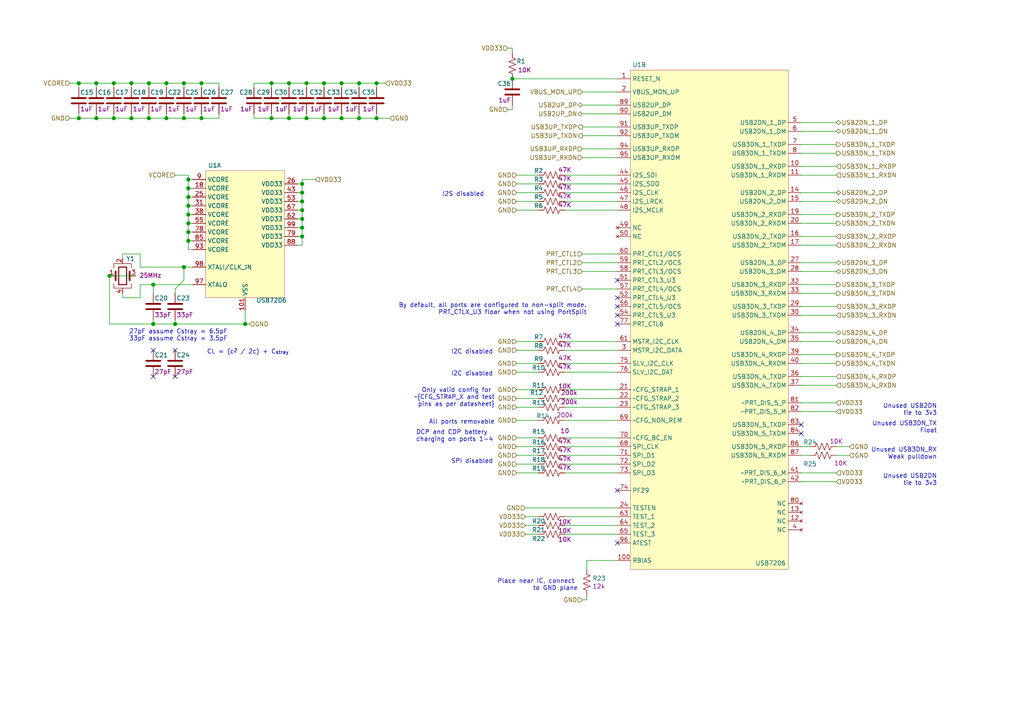
<source format=kicad_sch>
(kicad_sch (version 20210606) (generator eeschema)
  (paper "A4")
  (junction (at 22.86 24.13) (diameter 1.016))
  (junction (at 22.86 34.29) (diameter 1.016))
  (junction (at 27.94 24.13) (diameter 1.016))
  (junction (at 27.94 34.29) (diameter 1.016))
  (junction (at 31.75 80.01) (diameter 1.016))
  (junction (at 33.02 24.13) (diameter 1.016))
  (junction (at 33.02 34.29) (diameter 1.016))
  (junction (at 38.1 24.13) (diameter 1.016))
  (junction (at 38.1 34.29) (diameter 1.016))
  (junction (at 43.18 24.13) (diameter 1.016))
  (junction (at 43.18 34.29) (diameter 1.016))
  (junction (at 44.45 82.55) (diameter 1.016))
  (junction (at 44.45 93.98) (diameter 1.016))
  (junction (at 48.26 24.13) (diameter 1.016))
  (junction (at 48.26 34.29) (diameter 1.016))
  (junction (at 50.8 93.98) (diameter 1.016))
  (junction (at 53.34 24.13) (diameter 1.016))
  (junction (at 53.34 34.29) (diameter 1.016))
  (junction (at 53.34 77.47) (diameter 1.016))
  (junction (at 54.61 52.07) (diameter 1.016))
  (junction (at 54.61 54.61) (diameter 1.016))
  (junction (at 54.61 57.15) (diameter 1.016))
  (junction (at 54.61 59.69) (diameter 1.016))
  (junction (at 54.61 62.23) (diameter 1.016))
  (junction (at 54.61 64.77) (diameter 1.016))
  (junction (at 54.61 67.31) (diameter 1.016))
  (junction (at 54.61 69.85) (diameter 1.016))
  (junction (at 58.42 24.13) (diameter 1.016))
  (junction (at 58.42 34.29) (diameter 1.016))
  (junction (at 71.12 93.98) (diameter 1.016))
  (junction (at 78.74 24.13) (diameter 1.016))
  (junction (at 78.74 34.29) (diameter 1.016))
  (junction (at 83.82 24.13) (diameter 1.016))
  (junction (at 83.82 34.29) (diameter 1.016))
  (junction (at 87.63 53.34) (diameter 1.016))
  (junction (at 87.63 55.88) (diameter 1.016))
  (junction (at 87.63 58.42) (diameter 1.016))
  (junction (at 87.63 60.96) (diameter 1.016))
  (junction (at 87.63 63.5) (diameter 1.016))
  (junction (at 87.63 66.04) (diameter 1.016))
  (junction (at 87.63 68.58) (diameter 1.016))
  (junction (at 88.9 24.13) (diameter 1.016))
  (junction (at 88.9 34.29) (diameter 1.016))
  (junction (at 93.98 24.13) (diameter 1.016))
  (junction (at 93.98 34.29) (diameter 1.016))
  (junction (at 99.06 24.13) (diameter 1.016))
  (junction (at 99.06 34.29) (diameter 1.016))
  (junction (at 104.14 24.13) (diameter 1.016))
  (junction (at 104.14 34.29) (diameter 1.016))
  (junction (at 109.22 24.13) (diameter 1.016))
  (junction (at 109.22 34.29) (diameter 1.016))
  (junction (at 148.59 22.86) (diameter 1.016))
  (no_connect (at 44.45 101.6))
  (no_connect (at 44.45 109.22))
  (no_connect (at 50.8 101.6))
  (no_connect (at 50.8 109.22))
  (no_connect (at 179.07 81.28))
  (no_connect (at 179.07 86.36))
  (no_connect (at 179.07 88.9))
  (no_connect (at 179.07 91.44))
  (no_connect (at 179.07 93.98))
  (no_connect (at 179.07 142.24))
  (no_connect (at 179.07 157.48))
  (no_connect (at 232.41 123.19))
  (no_connect (at 232.41 125.73))
  (wire (pts (xy 20.32 24.13) (xy 22.86 24.13)))
  (wire (pts (xy 20.32 34.29) (xy 22.86 34.29)))
  (wire (pts (xy 22.86 24.13) (xy 22.86 25.4)))
  (wire (pts (xy 22.86 24.13) (xy 27.94 24.13)))
  (wire (pts (xy 22.86 34.29) (xy 22.86 33.02)))
  (wire (pts (xy 22.86 34.29) (xy 27.94 34.29)))
  (wire (pts (xy 27.94 24.13) (xy 27.94 25.4)))
  (wire (pts (xy 27.94 24.13) (xy 33.02 24.13)))
  (wire (pts (xy 27.94 34.29) (xy 27.94 33.02)))
  (wire (pts (xy 27.94 34.29) (xy 33.02 34.29)))
  (wire (pts (xy 31.75 80.01) (xy 31.75 93.98)))
  (wire (pts (xy 31.75 80.01) (xy 39.37 80.01)))
  (wire (pts (xy 31.75 93.98) (xy 44.45 93.98)))
  (wire (pts (xy 33.02 24.13) (xy 33.02 25.4)))
  (wire (pts (xy 33.02 24.13) (xy 38.1 24.13)))
  (wire (pts (xy 33.02 34.29) (xy 33.02 33.02)))
  (wire (pts (xy 33.02 34.29) (xy 38.1 34.29)))
  (wire (pts (xy 35.56 73.66) (xy 35.56 74.93)))
  (wire (pts (xy 35.56 85.09) (xy 35.56 86.36)))
  (wire (pts (xy 38.1 24.13) (xy 38.1 25.4)))
  (wire (pts (xy 38.1 24.13) (xy 43.18 24.13)))
  (wire (pts (xy 38.1 34.29) (xy 38.1 33.02)))
  (wire (pts (xy 38.1 34.29) (xy 43.18 34.29)))
  (wire (pts (xy 40.64 73.66) (xy 35.56 73.66)))
  (wire (pts (xy 40.64 77.47) (xy 40.64 73.66)))
  (wire (pts (xy 40.64 77.47) (xy 53.34 77.47)))
  (wire (pts (xy 40.64 82.55) (xy 40.64 86.36)))
  (wire (pts (xy 40.64 82.55) (xy 44.45 82.55)))
  (wire (pts (xy 40.64 86.36) (xy 35.56 86.36)))
  (wire (pts (xy 43.18 24.13) (xy 43.18 25.4)))
  (wire (pts (xy 43.18 24.13) (xy 48.26 24.13)))
  (wire (pts (xy 43.18 34.29) (xy 43.18 33.02)))
  (wire (pts (xy 43.18 34.29) (xy 48.26 34.29)))
  (wire (pts (xy 44.45 82.55) (xy 44.45 85.09)))
  (wire (pts (xy 44.45 82.55) (xy 55.88 82.55)))
  (wire (pts (xy 44.45 92.71) (xy 44.45 93.98)))
  (wire (pts (xy 44.45 93.98) (xy 50.8 93.98)))
  (wire (pts (xy 48.26 24.13) (xy 48.26 25.4)))
  (wire (pts (xy 48.26 24.13) (xy 53.34 24.13)))
  (wire (pts (xy 48.26 34.29) (xy 48.26 33.02)))
  (wire (pts (xy 48.26 34.29) (xy 53.34 34.29)))
  (wire (pts (xy 50.8 50.8) (xy 54.61 50.8)))
  (wire (pts (xy 50.8 83.82) (xy 53.34 81.28)))
  (wire (pts (xy 50.8 85.09) (xy 50.8 83.82)))
  (wire (pts (xy 50.8 92.71) (xy 50.8 93.98)))
  (wire (pts (xy 50.8 93.98) (xy 71.12 93.98)))
  (wire (pts (xy 53.34 24.13) (xy 53.34 25.4)))
  (wire (pts (xy 53.34 24.13) (xy 58.42 24.13)))
  (wire (pts (xy 53.34 34.29) (xy 53.34 33.02)))
  (wire (pts (xy 53.34 34.29) (xy 58.42 34.29)))
  (wire (pts (xy 53.34 77.47) (xy 55.88 77.47)))
  (wire (pts (xy 53.34 81.28) (xy 53.34 77.47)))
  (wire (pts (xy 54.61 52.07) (xy 54.61 50.8)))
  (wire (pts (xy 54.61 52.07) (xy 54.61 54.61)))
  (wire (pts (xy 54.61 52.07) (xy 55.88 52.07)))
  (wire (pts (xy 54.61 54.61) (xy 54.61 57.15)))
  (wire (pts (xy 54.61 54.61) (xy 55.88 54.61)))
  (wire (pts (xy 54.61 57.15) (xy 54.61 59.69)))
  (wire (pts (xy 54.61 57.15) (xy 55.88 57.15)))
  (wire (pts (xy 54.61 59.69) (xy 54.61 62.23)))
  (wire (pts (xy 54.61 59.69) (xy 55.88 59.69)))
  (wire (pts (xy 54.61 62.23) (xy 54.61 64.77)))
  (wire (pts (xy 54.61 62.23) (xy 55.88 62.23)))
  (wire (pts (xy 54.61 64.77) (xy 54.61 67.31)))
  (wire (pts (xy 54.61 64.77) (xy 55.88 64.77)))
  (wire (pts (xy 54.61 67.31) (xy 54.61 69.85)))
  (wire (pts (xy 54.61 67.31) (xy 55.88 67.31)))
  (wire (pts (xy 54.61 69.85) (xy 54.61 72.39)))
  (wire (pts (xy 54.61 69.85) (xy 55.88 69.85)))
  (wire (pts (xy 54.61 72.39) (xy 55.88 72.39)))
  (wire (pts (xy 58.42 24.13) (xy 58.42 25.4)))
  (wire (pts (xy 58.42 24.13) (xy 63.5 24.13)))
  (wire (pts (xy 58.42 34.29) (xy 58.42 33.02)))
  (wire (pts (xy 63.5 24.13) (xy 63.5 25.4)))
  (wire (pts (xy 63.5 33.02) (xy 63.5 34.29)))
  (wire (pts (xy 63.5 34.29) (xy 58.42 34.29)))
  (wire (pts (xy 71.12 93.98) (xy 71.12 90.17)))
  (wire (pts (xy 72.39 93.98) (xy 71.12 93.98)))
  (wire (pts (xy 73.66 24.13) (xy 73.66 25.4)))
  (wire (pts (xy 73.66 33.02) (xy 73.66 34.29)))
  (wire (pts (xy 73.66 34.29) (xy 78.74 34.29)))
  (wire (pts (xy 78.74 24.13) (xy 73.66 24.13)))
  (wire (pts (xy 78.74 24.13) (xy 78.74 25.4)))
  (wire (pts (xy 78.74 34.29) (xy 78.74 33.02)))
  (wire (pts (xy 83.82 24.13) (xy 78.74 24.13)))
  (wire (pts (xy 83.82 24.13) (xy 83.82 25.4)))
  (wire (pts (xy 83.82 34.29) (xy 78.74 34.29)))
  (wire (pts (xy 83.82 34.29) (xy 83.82 33.02)))
  (wire (pts (xy 86.36 53.34) (xy 87.63 53.34)))
  (wire (pts (xy 86.36 55.88) (xy 87.63 55.88)))
  (wire (pts (xy 86.36 58.42) (xy 87.63 58.42)))
  (wire (pts (xy 86.36 60.96) (xy 87.63 60.96)))
  (wire (pts (xy 86.36 63.5) (xy 87.63 63.5)))
  (wire (pts (xy 86.36 66.04) (xy 87.63 66.04)))
  (wire (pts (xy 86.36 68.58) (xy 87.63 68.58)))
  (wire (pts (xy 87.63 52.07) (xy 87.63 53.34)))
  (wire (pts (xy 87.63 53.34) (xy 87.63 55.88)))
  (wire (pts (xy 87.63 55.88) (xy 87.63 58.42)))
  (wire (pts (xy 87.63 58.42) (xy 87.63 60.96)))
  (wire (pts (xy 87.63 60.96) (xy 87.63 63.5)))
  (wire (pts (xy 87.63 63.5) (xy 87.63 66.04)))
  (wire (pts (xy 87.63 66.04) (xy 87.63 68.58)))
  (wire (pts (xy 87.63 68.58) (xy 87.63 71.12)))
  (wire (pts (xy 87.63 71.12) (xy 86.36 71.12)))
  (wire (pts (xy 88.9 24.13) (xy 83.82 24.13)))
  (wire (pts (xy 88.9 24.13) (xy 88.9 25.4)))
  (wire (pts (xy 88.9 34.29) (xy 83.82 34.29)))
  (wire (pts (xy 88.9 34.29) (xy 88.9 33.02)))
  (wire (pts (xy 91.44 52.07) (xy 87.63 52.07)))
  (wire (pts (xy 93.98 24.13) (xy 88.9 24.13)))
  (wire (pts (xy 93.98 24.13) (xy 93.98 25.4)))
  (wire (pts (xy 93.98 34.29) (xy 88.9 34.29)))
  (wire (pts (xy 93.98 34.29) (xy 93.98 33.02)))
  (wire (pts (xy 99.06 24.13) (xy 93.98 24.13)))
  (wire (pts (xy 99.06 24.13) (xy 99.06 25.4)))
  (wire (pts (xy 99.06 34.29) (xy 93.98 34.29)))
  (wire (pts (xy 99.06 34.29) (xy 99.06 33.02)))
  (wire (pts (xy 104.14 24.13) (xy 99.06 24.13)))
  (wire (pts (xy 104.14 24.13) (xy 104.14 25.4)))
  (wire (pts (xy 104.14 34.29) (xy 99.06 34.29)))
  (wire (pts (xy 104.14 34.29) (xy 104.14 33.02)))
  (wire (pts (xy 109.22 24.13) (xy 104.14 24.13)))
  (wire (pts (xy 109.22 24.13) (xy 109.22 25.4)))
  (wire (pts (xy 109.22 24.13) (xy 111.76 24.13)))
  (wire (pts (xy 109.22 34.29) (xy 104.14 34.29)))
  (wire (pts (xy 109.22 34.29) (xy 109.22 33.02)))
  (wire (pts (xy 109.22 34.29) (xy 113.03 34.29)))
  (wire (pts (xy 147.32 31.75) (xy 148.59 31.75)))
  (wire (pts (xy 148.59 13.97) (xy 147.32 13.97)))
  (wire (pts (xy 148.59 15.24) (xy 148.59 13.97)))
  (wire (pts (xy 148.59 22.86) (xy 179.07 22.86)))
  (wire (pts (xy 148.59 31.75) (xy 148.59 30.48)))
  (wire (pts (xy 149.86 50.8) (xy 156.21 50.8)))
  (wire (pts (xy 149.86 53.34) (xy 156.21 53.34)))
  (wire (pts (xy 149.86 55.88) (xy 156.21 55.88)))
  (wire (pts (xy 149.86 58.42) (xy 156.21 58.42)))
  (wire (pts (xy 149.86 60.96) (xy 156.21 60.96)))
  (wire (pts (xy 149.86 99.06) (xy 156.21 99.06)))
  (wire (pts (xy 149.86 101.6) (xy 156.21 101.6)))
  (wire (pts (xy 149.86 105.41) (xy 156.21 105.41)))
  (wire (pts (xy 149.86 107.95) (xy 156.21 107.95)))
  (wire (pts (xy 149.86 113.03) (xy 156.21 113.03)))
  (wire (pts (xy 149.86 115.57) (xy 156.21 115.57)))
  (wire (pts (xy 149.86 118.11) (xy 156.21 118.11)))
  (wire (pts (xy 149.86 121.92) (xy 156.21 121.92)))
  (wire (pts (xy 149.86 127) (xy 156.21 127)))
  (wire (pts (xy 149.86 129.54) (xy 156.21 129.54)))
  (wire (pts (xy 149.86 132.08) (xy 156.21 132.08)))
  (wire (pts (xy 149.86 134.62) (xy 156.21 134.62)))
  (wire (pts (xy 149.86 137.16) (xy 156.21 137.16)))
  (wire (pts (xy 152.4 147.32) (xy 179.07 147.32)))
  (wire (pts (xy 152.4 149.86) (xy 156.21 149.86)))
  (wire (pts (xy 152.4 152.4) (xy 156.21 152.4)))
  (wire (pts (xy 152.4 154.94) (xy 156.21 154.94)))
  (wire (pts (xy 163.83 50.8) (xy 179.07 50.8)))
  (wire (pts (xy 163.83 53.34) (xy 179.07 53.34)))
  (wire (pts (xy 163.83 55.88) (xy 179.07 55.88)))
  (wire (pts (xy 163.83 58.42) (xy 179.07 58.42)))
  (wire (pts (xy 163.83 60.96) (xy 179.07 60.96)))
  (wire (pts (xy 163.83 99.06) (xy 179.07 99.06)))
  (wire (pts (xy 163.83 101.6) (xy 179.07 101.6)))
  (wire (pts (xy 163.83 105.41) (xy 179.07 105.41)))
  (wire (pts (xy 163.83 107.95) (xy 179.07 107.95)))
  (wire (pts (xy 163.83 113.03) (xy 179.07 113.03)))
  (wire (pts (xy 163.83 115.57) (xy 179.07 115.57)))
  (wire (pts (xy 163.83 118.11) (xy 179.07 118.11)))
  (wire (pts (xy 163.83 121.92) (xy 179.07 121.92)))
  (wire (pts (xy 163.83 127) (xy 179.07 127)))
  (wire (pts (xy 163.83 129.54) (xy 179.07 129.54)))
  (wire (pts (xy 163.83 132.08) (xy 179.07 132.08)))
  (wire (pts (xy 163.83 134.62) (xy 179.07 134.62)))
  (wire (pts (xy 163.83 137.16) (xy 179.07 137.16)))
  (wire (pts (xy 163.83 149.86) (xy 179.07 149.86)))
  (wire (pts (xy 163.83 152.4) (xy 179.07 152.4)))
  (wire (pts (xy 163.83 154.94) (xy 179.07 154.94)))
  (wire (pts (xy 168.91 26.67) (xy 179.07 26.67)))
  (wire (pts (xy 168.91 30.48) (xy 179.07 30.48)))
  (wire (pts (xy 168.91 33.02) (xy 179.07 33.02)))
  (wire (pts (xy 168.91 36.83) (xy 179.07 36.83)))
  (wire (pts (xy 168.91 39.37) (xy 179.07 39.37)))
  (wire (pts (xy 168.91 43.18) (xy 179.07 43.18)))
  (wire (pts (xy 168.91 45.72) (xy 179.07 45.72)))
  (wire (pts (xy 168.91 73.66) (xy 179.07 73.66)))
  (wire (pts (xy 168.91 76.2) (xy 179.07 76.2)))
  (wire (pts (xy 168.91 78.74) (xy 179.07 78.74)))
  (wire (pts (xy 168.91 83.82) (xy 179.07 83.82)))
  (wire (pts (xy 168.91 173.99) (xy 170.18 173.99)))
  (wire (pts (xy 170.18 162.56) (xy 179.07 162.56)))
  (wire (pts (xy 170.18 165.1) (xy 170.18 162.56)))
  (wire (pts (xy 170.18 173.99) (xy 170.18 172.72)))
  (wire (pts (xy 232.41 129.54) (xy 234.95 129.54)))
  (wire (pts (xy 232.41 132.08) (xy 234.95 132.08)))
  (wire (pts (xy 242.57 35.56) (xy 232.41 35.56)))
  (wire (pts (xy 242.57 38.1) (xy 232.41 38.1)))
  (wire (pts (xy 242.57 41.91) (xy 232.41 41.91)))
  (wire (pts (xy 242.57 44.45) (xy 232.41 44.45)))
  (wire (pts (xy 242.57 48.26) (xy 232.41 48.26)))
  (wire (pts (xy 242.57 50.8) (xy 232.41 50.8)))
  (wire (pts (xy 242.57 55.88) (xy 232.41 55.88)))
  (wire (pts (xy 242.57 58.42) (xy 232.41 58.42)))
  (wire (pts (xy 242.57 62.23) (xy 232.41 62.23)))
  (wire (pts (xy 242.57 64.77) (xy 232.41 64.77)))
  (wire (pts (xy 242.57 68.58) (xy 232.41 68.58)))
  (wire (pts (xy 242.57 71.12) (xy 232.41 71.12)))
  (wire (pts (xy 242.57 76.2) (xy 232.41 76.2)))
  (wire (pts (xy 242.57 78.74) (xy 232.41 78.74)))
  (wire (pts (xy 242.57 82.55) (xy 232.41 82.55)))
  (wire (pts (xy 242.57 85.09) (xy 232.41 85.09)))
  (wire (pts (xy 242.57 88.9) (xy 232.41 88.9)))
  (wire (pts (xy 242.57 91.44) (xy 232.41 91.44)))
  (wire (pts (xy 242.57 96.52) (xy 232.41 96.52)))
  (wire (pts (xy 242.57 99.06) (xy 232.41 99.06)))
  (wire (pts (xy 242.57 102.87) (xy 232.41 102.87)))
  (wire (pts (xy 242.57 105.41) (xy 232.41 105.41)))
  (wire (pts (xy 242.57 109.22) (xy 232.41 109.22)))
  (wire (pts (xy 242.57 111.76) (xy 232.41 111.76)))
  (wire (pts (xy 242.57 116.84) (xy 232.41 116.84)))
  (wire (pts (xy 242.57 119.38) (xy 232.41 119.38)))
  (wire (pts (xy 242.57 129.54) (xy 246.38 129.54)))
  (wire (pts (xy 242.57 132.08) (xy 246.38 132.08)))
  (wire (pts (xy 242.57 137.16) (xy 232.41 137.16)))
  (wire (pts (xy 242.57 139.7) (xy 232.41 139.7)))
  (text "27pF assume Cstray = 6.5pF\n33pF assume Cstray = 3.5pF" (at 66.04 99.06 0) (effects (font (size 1.27 1.27)) (justify right bottom)))
  (text "CL = (c^{2} / 2c) + C_{stray}" (at 83.82 102.87 180) (effects (font (size 1.27 1.27)) (justify right bottom)))
  (text "DCP and CDP battery\ncharging on ports 1-4" (at 120.65 128.27 0) (effects (font (size 1.27 1.27)) (justify left bottom)))
  (text "I2S disabled" (at 128.27 57.15 0) (effects (font (size 1.27 1.27)) (justify left bottom)))
  (text "I2C disabled" (at 130.81 102.87 0) (effects (font (size 1.27 1.27)) (justify left bottom)))
  (text "I2C disabled" (at 130.81 109.22 0) (effects (font (size 1.27 1.27)) (justify left bottom)))
  (text "SPI disabled" (at 130.81 134.62 0) (effects (font (size 1.27 1.27)) (justify left bottom)))
  (text "Only valid config for \n~{CFG_STRAP_X and test\npins as per datasheet}" (at 143.51 118.11 0) (effects (font (size 1.27 1.27)) (justify right bottom)))
  (text "All ports removable" (at 143.51 123.19 180) (effects (font (size 1.27 1.27)) (justify right bottom)))
  (text "Place near IC, connect \nto GND plane" (at 167.64 171.45 180) (effects (font (size 1.27 1.27)) (justify right bottom)))
  (text "By default, all ports are configured to non-split mode.\nPRT_CTLX_U3 floar when not using PortSplit" (at 170.18 91.44 0) (effects (font (size 1.27 1.27)) (justify right bottom)))
  (text "Unused USB2DN\ntie to 3v3" (at 271.78 120.65 180) (effects (font (size 1.27 1.27)) (justify right bottom)))
  (text "Unused USB3DN_TX\nFloat" (at 271.78 125.73 180) (effects (font (size 1.27 1.27)) (justify right bottom)))
  (text "Unused USB3DN_RX\nWeak pulldown" (at 271.78 133.35 180) (effects (font (size 1.27 1.27)) (justify right bottom)))
  (text "Unused USB2DN\ntie to 3v3" (at 271.78 140.97 180) (effects (font (size 1.27 1.27)) (justify right bottom)))
  (hierarchical_label "VCORE" (shape input) (at 20.32 24.13 180))
  (hierarchical_label "GND" (shape input) (at 20.32 34.29 180))
  (hierarchical_label "VCORE" (shape input) (at 50.8 50.8 180))
  (hierarchical_label "GND" (shape input) (at 72.39 93.98 0))
  (hierarchical_label "VDD33" (shape input) (at 91.44 52.07 0))
  (hierarchical_label "VDD33" (shape input) (at 111.76 24.13 0))
  (hierarchical_label "GND" (shape input) (at 113.03 34.29 0))
  (hierarchical_label "VDD33" (shape input) (at 147.32 13.97 180))
  (hierarchical_label "GND" (shape input) (at 147.32 31.75 180))
  (hierarchical_label "GND" (shape input) (at 149.86 50.8 180))
  (hierarchical_label "GND" (shape input) (at 149.86 53.34 180))
  (hierarchical_label "GND" (shape input) (at 149.86 55.88 180))
  (hierarchical_label "GND" (shape input) (at 149.86 58.42 180))
  (hierarchical_label "GND" (shape input) (at 149.86 60.96 180))
  (hierarchical_label "GND" (shape input) (at 149.86 99.06 180))
  (hierarchical_label "GND" (shape input) (at 149.86 101.6 180))
  (hierarchical_label "GND" (shape input) (at 149.86 105.41 180))
  (hierarchical_label "GND" (shape input) (at 149.86 107.95 180))
  (hierarchical_label "GND" (shape input) (at 149.86 113.03 180))
  (hierarchical_label "GND" (shape input) (at 149.86 115.57 180))
  (hierarchical_label "GND" (shape input) (at 149.86 118.11 180))
  (hierarchical_label "GND" (shape input) (at 149.86 121.92 180))
  (hierarchical_label "GND" (shape input) (at 149.86 127 180))
  (hierarchical_label "GND" (shape input) (at 149.86 129.54 180))
  (hierarchical_label "GND" (shape input) (at 149.86 132.08 180))
  (hierarchical_label "GND" (shape input) (at 149.86 134.62 180))
  (hierarchical_label "GND" (shape input) (at 149.86 137.16 180))
  (hierarchical_label "GND" (shape input) (at 152.4 147.32 180))
  (hierarchical_label "VDD33" (shape input) (at 152.4 149.86 180))
  (hierarchical_label "VDD33" (shape input) (at 152.4 152.4 180))
  (hierarchical_label "VDD33" (shape input) (at 152.4 154.94 180))
  (hierarchical_label "VBUS_MON_UP" (shape input) (at 168.91 26.67 180))
  (hierarchical_label "USB2UP_DP" (shape bidirectional) (at 168.91 30.48 180))
  (hierarchical_label "USB2UP_DN" (shape bidirectional) (at 168.91 33.02 180))
  (hierarchical_label "USB3UP_TXDP" (shape output) (at 168.91 36.83 180))
  (hierarchical_label "USB3UP_TXDN" (shape output) (at 168.91 39.37 180))
  (hierarchical_label "USB3UP_RXDP" (shape input) (at 168.91 43.18 180))
  (hierarchical_label "USB3UP_RXDN" (shape input) (at 168.91 45.72 180))
  (hierarchical_label "PRT_CTL1" (shape input) (at 168.91 73.66 180))
  (hierarchical_label "PRT_CTL2" (shape input) (at 168.91 76.2 180))
  (hierarchical_label "PRT_CTL3" (shape input) (at 168.91 78.74 180))
  (hierarchical_label "PRT_CTL4" (shape input) (at 168.91 83.82 180))
  (hierarchical_label "GND" (shape input) (at 168.91 173.99 180))
  (hierarchical_label "USB2DN_1_DP" (shape bidirectional) (at 242.57 35.56 0))
  (hierarchical_label "USB2DN_1_DN" (shape bidirectional) (at 242.57 38.1 0))
  (hierarchical_label "USB3DN_1_TXDP" (shape output) (at 242.57 41.91 0))
  (hierarchical_label "USB3DN_1_TXDN" (shape output) (at 242.57 44.45 0))
  (hierarchical_label "USB3DN_1_RXDP" (shape input) (at 242.57 48.26 0))
  (hierarchical_label "USB3DN_1_RXDN" (shape input) (at 242.57 50.8 0))
  (hierarchical_label "USB2DN_2_DP" (shape bidirectional) (at 242.57 55.88 0))
  (hierarchical_label "USB2DN_2_DN" (shape bidirectional) (at 242.57 58.42 0))
  (hierarchical_label "USB3DN_2_TXDP" (shape output) (at 242.57 62.23 0))
  (hierarchical_label "USB3DN_2_TXDN" (shape output) (at 242.57 64.77 0))
  (hierarchical_label "USB3DN_2_RXDP" (shape input) (at 242.57 68.58 0))
  (hierarchical_label "USB3DN_2_RXDN" (shape input) (at 242.57 71.12 0))
  (hierarchical_label "USB2DN_3_DP" (shape bidirectional) (at 242.57 76.2 0))
  (hierarchical_label "USB2DN_3_DN" (shape bidirectional) (at 242.57 78.74 0))
  (hierarchical_label "USB3DN_3_TXDP" (shape output) (at 242.57 82.55 0))
  (hierarchical_label "USB3DN_3_TXDN" (shape output) (at 242.57 85.09 0))
  (hierarchical_label "USB3DN_3_RXDP" (shape input) (at 242.57 88.9 0))
  (hierarchical_label "USB3DN_3_RXDN" (shape input) (at 242.57 91.44 0))
  (hierarchical_label "USB2DN_4_DP" (shape bidirectional) (at 242.57 96.52 0))
  (hierarchical_label "USB2DN_4_DN" (shape bidirectional) (at 242.57 99.06 0))
  (hierarchical_label "USB3DN_4_TXDP" (shape output) (at 242.57 102.87 0))
  (hierarchical_label "USB3DN_4_TXDN" (shape output) (at 242.57 105.41 0))
  (hierarchical_label "USB3DN_4_RXDP" (shape input) (at 242.57 109.22 0))
  (hierarchical_label "USB3DN_4_RXDN" (shape input) (at 242.57 111.76 0))
  (hierarchical_label "VDD33" (shape input) (at 242.57 116.84 0))
  (hierarchical_label "VDD33" (shape input) (at 242.57 119.38 0))
  (hierarchical_label "VDD33" (shape input) (at 242.57 137.16 0))
  (hierarchical_label "VDD33" (shape input) (at 242.57 139.7 0))
  (hierarchical_label "GND" (shape input) (at 246.38 129.54 0))
  (hierarchical_label "GND" (shape input) (at 246.38 132.08 0))
  (symbol (lib_id "mte_usb_hub:RC0402JR-0710KL") (at 148.59 19.05 180) (unit 1)
    (property "Reference" "R1" (at 151.1108 17.78 0))
    (property "Value" "RC0402JR-0710KL" (effects hide))
    (property "Footprint" "mte_usb_footprints:RESISTOR_0402N" (effects hide))
    (property "Datasheet" "${MTE_LIB_DIR}/datasheets/PYu-RC_Group_51_RoHS_L_11.pdf" (effects hide))
    (property "id" "10K" (at 152.139 20.32 0))
    (property "manf" "Yageo" (effects hide))
  )
  (symbol (lib_id "mte_usb_hub:RC0402JR-0747KL") (at 160.02 50.8 90) (unit 1)
    (property "Reference" "R2" (at 156.21 49.5108 90))
    (property "Value" "RC0402JR-0747KL" (effects hide))
    (property "Footprint" "mte_usb_footprints:RESISTOR_0402N" (effects hide))
    (property "Datasheet" "${MTE_LIB_DIR}/datasheets/PYu-RC_Group_51_RoHS_L_11.pdf" (effects hide))
    (property "id" "47K" (at 163.83 49.2695 90))
    (property "manf" "Yageo" (effects hide))
  )
  (symbol (lib_id "mte_usb_hub:RC0402JR-0747KL") (at 160.02 53.34 90) (unit 1)
    (property "Reference" "R3" (at 156.21 52.0508 90))
    (property "Value" "RC0402JR-0747KL" (effects hide))
    (property "Footprint" "mte_usb_footprints:RESISTOR_0402N" (effects hide))
    (property "Datasheet" "${MTE_LIB_DIR}/datasheets/PYu-RC_Group_51_RoHS_L_11.pdf" (effects hide))
    (property "id" "47K" (at 163.83 51.8095 90))
    (property "manf" "Yageo" (effects hide))
  )
  (symbol (lib_id "mte_usb_hub:RC0402JR-0747KL") (at 160.02 55.88 90) (unit 1)
    (property "Reference" "R4" (at 156.21 54.5908 90))
    (property "Value" "RC0402JR-0747KL" (effects hide))
    (property "Footprint" "mte_usb_footprints:RESISTOR_0402N" (effects hide))
    (property "Datasheet" "${MTE_LIB_DIR}/datasheets/PYu-RC_Group_51_RoHS_L_11.pdf" (effects hide))
    (property "id" "47K" (at 163.83 54.3495 90))
    (property "manf" "Yageo" (effects hide))
  )
  (symbol (lib_id "mte_usb_hub:RC0402JR-0747KL") (at 160.02 58.42 90) (unit 1)
    (property "Reference" "R5" (at 156.21 57.1308 90))
    (property "Value" "RC0402JR-0747KL" (effects hide))
    (property "Footprint" "mte_usb_footprints:RESISTOR_0402N" (effects hide))
    (property "Datasheet" "${MTE_LIB_DIR}/datasheets/PYu-RC_Group_51_RoHS_L_11.pdf" (effects hide))
    (property "id" "47K" (at 163.83 56.8895 90))
    (property "manf" "Yageo" (effects hide))
  )
  (symbol (lib_id "mte_usb_hub:RC0402JR-0747KL") (at 160.02 60.96 90) (unit 1)
    (property "Reference" "R6" (at 156.21 59.6708 90))
    (property "Value" "RC0402JR-0747KL" (effects hide))
    (property "Footprint" "mte_usb_footprints:RESISTOR_0402N" (effects hide))
    (property "Datasheet" "${MTE_LIB_DIR}/datasheets/PYu-RC_Group_51_RoHS_L_11.pdf" (effects hide))
    (property "id" "47K" (at 163.83 59.4295 90))
    (property "manf" "Yageo" (effects hide))
  )
  (symbol (lib_id "mte_usb_hub:RC0402JR-0747KL") (at 160.02 99.06 90) (unit 1)
    (property "Reference" "R7" (at 156.21 97.7708 90))
    (property "Value" "RC0402JR-0747KL" (effects hide))
    (property "Footprint" "mte_usb_footprints:RESISTOR_0402N" (effects hide))
    (property "Datasheet" "${MTE_LIB_DIR}/datasheets/PYu-RC_Group_51_RoHS_L_11.pdf" (effects hide))
    (property "id" "47K" (at 163.83 97.5295 90))
    (property "manf" "Yageo" (effects hide))
  )
  (symbol (lib_id "mte_usb_hub:RC0402JR-0747KL") (at 160.02 101.6 90) (unit 1)
    (property "Reference" "R8" (at 156.21 100.3108 90))
    (property "Value" "RC0402JR-0747KL" (effects hide))
    (property "Footprint" "mte_usb_footprints:RESISTOR_0402N" (effects hide))
    (property "Datasheet" "${MTE_LIB_DIR}/datasheets/PYu-RC_Group_51_RoHS_L_11.pdf" (effects hide))
    (property "id" "47K" (at 163.83 100.0695 90))
    (property "manf" "Yageo" (effects hide))
  )
  (symbol (lib_id "mte_usb_hub:RC0402JR-0747KL") (at 160.02 105.41 90) (unit 1)
    (property "Reference" "R9" (at 156.21 104.1208 90))
    (property "Value" "RC0402JR-0747KL" (effects hide))
    (property "Footprint" "mte_usb_footprints:RESISTOR_0402N" (effects hide))
    (property "Datasheet" "${MTE_LIB_DIR}/datasheets/PYu-RC_Group_51_RoHS_L_11.pdf" (effects hide))
    (property "id" "47K" (at 163.83 103.8795 90))
    (property "manf" "Yageo" (effects hide))
  )
  (symbol (lib_id "mte_usb_hub:RC0402JR-0747KL") (at 160.02 107.95 90) (unit 1)
    (property "Reference" "R10" (at 156.21 106.6608 90))
    (property "Value" "RC0402JR-0747KL" (effects hide))
    (property "Footprint" "mte_usb_footprints:RESISTOR_0402N" (effects hide))
    (property "Datasheet" "${MTE_LIB_DIR}/datasheets/PYu-RC_Group_51_RoHS_L_11.pdf" (effects hide))
    (property "id" "47K" (at 163.83 106.4195 90))
    (property "manf" "Yageo" (effects hide))
  )
  (symbol (lib_id "mte_usb_hub:RC0402JR-0710KL") (at 160.02 113.03 270) (unit 1)
    (property "Reference" "R11" (at 156.21 111.7792 90))
    (property "Value" "RC0402JR-0710KL" (effects hide))
    (property "Footprint" "mte_usb_footprints:RESISTOR_0402N" (effects hide))
    (property "Datasheet" "${MTE_LIB_DIR}/datasheets/PYu-RC_Group_51_RoHS_L_11.pdf" (effects hide))
    (property "id" "10K" (at 163.83 112.0205 90))
    (property "manf" "Yageo" (effects hide))
  )
  (symbol (lib_id "mte_usb_hub:RC0402JR-07200KL") (at 160.02 115.57 270) (unit 1)
    (property "Reference" "R12" (at 157.6006 113.9189 90) (effects (justify right)))
    (property "Value" "RC0402JR-07200KL" (effects hide))
    (property "Footprint" "mte_usb_footprints:RESISTOR_0402N" (effects hide))
    (property "id" "200k" (at 167.5193 113.9189 90) (effects (justify right)))
    (property "manf" "Yageo" (effects hide))
  )
  (symbol (lib_id "mte_usb_hub:RC0402JR-07200KL") (at 160.02 118.11 270) (unit 1)
    (property "Reference" "R13" (at 156.21 116.8208 90))
    (property "Value" "RC0402JR-07200KL" (effects hide))
    (property "Footprint" "mte_usb_footprints:RESISTOR_0402N" (effects hide))
    (property "id" "200k" (at 165.1 116.5795 90))
    (property "manf" "Yageo" (effects hide))
  )
  (symbol (lib_id "mte_usb_hub:RC0402JR-07200KL") (at 160.02 121.92 270) (unit 1)
    (property "Reference" "R14" (at 157.48 120.6308 90))
    (property "Value" "RC0402JR-07200KL" (effects hide))
    (property "Footprint" "mte_usb_footprints:RESISTOR_0402N" (effects hide))
    (property "id" "200k" (at 163.83 120.3895 90))
    (property "manf" "Yageo" (effects hide))
  )
  (symbol (lib_id "mte_usb_hub:RC0402JR-0710RL") (at 160.02 127 90) (unit 1)
    (property "Reference" "R15" (at 156.21 125.2178 90))
    (property "Value" "RC0402JR-0710RL" (effects hide))
    (property "Footprint" "mte_usb_footprints:RESISTOR_0402N" (effects hide))
    (property "Datasheet" "${MTE_LIB_DIR}/datasheets/PYu-RC_Group_51_RoHS_L_11.pdf" (effects hide))
    (property "id" "10" (at 163.83 124.9765 90))
    (property "manf" "Yageo" (effects hide))
  )
  (symbol (lib_id "mte_usb_hub:RC0402JR-0747KL") (at 160.02 129.54 90) (unit 1)
    (property "Reference" "R16" (at 156.21 128.2508 90))
    (property "Value" "RC0402JR-0747KL" (effects hide))
    (property "Footprint" "mte_usb_footprints:RESISTOR_0402N" (effects hide))
    (property "Datasheet" "${MTE_LIB_DIR}/datasheets/PYu-RC_Group_51_RoHS_L_11.pdf" (effects hide))
    (property "id" "47K" (at 163.83 128.0095 90))
    (property "manf" "Yageo" (effects hide))
  )
  (symbol (lib_id "mte_usb_hub:RC0402JR-0747KL") (at 160.02 132.08 90) (unit 1)
    (property "Reference" "R17" (at 156.21 130.7908 90))
    (property "Value" "RC0402JR-0747KL" (effects hide))
    (property "Footprint" "mte_usb_footprints:RESISTOR_0402N" (effects hide))
    (property "Datasheet" "${MTE_LIB_DIR}/datasheets/PYu-RC_Group_51_RoHS_L_11.pdf" (effects hide))
    (property "id" "47K" (at 163.83 130.5495 90))
    (property "manf" "Yageo" (effects hide))
  )
  (symbol (lib_id "mte_usb_hub:RC0402JR-0747KL") (at 160.02 134.62 90) (unit 1)
    (property "Reference" "R18" (at 156.21 133.3308 90))
    (property "Value" "RC0402JR-0747KL" (effects hide))
    (property "Footprint" "mte_usb_footprints:RESISTOR_0402N" (effects hide))
    (property "Datasheet" "${MTE_LIB_DIR}/datasheets/PYu-RC_Group_51_RoHS_L_11.pdf" (effects hide))
    (property "id" "47K" (at 163.83 133.0895 90))
    (property "manf" "Yageo" (effects hide))
  )
  (symbol (lib_id "mte_usb_hub:RC0402JR-0747KL") (at 160.02 137.16 90) (unit 1)
    (property "Reference" "R19" (at 156.21 135.8708 90))
    (property "Value" "RC0402JR-0747KL" (effects hide))
    (property "Footprint" "mte_usb_footprints:RESISTOR_0402N" (effects hide))
    (property "Datasheet" "${MTE_LIB_DIR}/datasheets/PYu-RC_Group_51_RoHS_L_11.pdf" (effects hide))
    (property "id" "47K" (at 163.83 135.6295 90))
    (property "manf" "Yageo" (effects hide))
  )
  (symbol (lib_id "mte_usb_hub:RC0402JR-0710KL") (at 160.02 149.86 270) (unit 1)
    (property "Reference" "R20" (at 156.21 151.1492 90))
    (property "Value" "RC0402JR-0710KL" (effects hide))
    (property "Footprint" "mte_usb_footprints:RESISTOR_0402N" (effects hide))
    (property "Datasheet" "${MTE_LIB_DIR}/datasheets/PYu-RC_Group_51_RoHS_L_11.pdf" (effects hide))
    (property "id" "10K" (at 163.83 151.3905 90))
    (property "manf" "Yageo" (effects hide))
  )
  (symbol (lib_id "mte_usb_hub:RC0402JR-0710KL") (at 160.02 152.4 270) (unit 1)
    (property "Reference" "R21" (at 156.21 153.6892 90))
    (property "Value" "RC0402JR-0710KL" (effects hide))
    (property "Footprint" "mte_usb_footprints:RESISTOR_0402N" (effects hide))
    (property "Datasheet" "${MTE_LIB_DIR}/datasheets/PYu-RC_Group_51_RoHS_L_11.pdf" (effects hide))
    (property "id" "10K" (at 163.83 153.9305 90))
    (property "manf" "Yageo" (effects hide))
  )
  (symbol (lib_id "mte_usb_hub:RC0402JR-0710KL") (at 160.02 154.94 270) (unit 1)
    (property "Reference" "R22" (at 156.21 156.2292 90))
    (property "Value" "RC0402JR-0710KL" (effects hide))
    (property "Footprint" "mte_usb_footprints:RESISTOR_0402N" (effects hide))
    (property "Datasheet" "${MTE_LIB_DIR}/datasheets/PYu-RC_Group_51_RoHS_L_11.pdf" (effects hide))
    (property "id" "10K" (at 163.83 156.4705 90))
    (property "manf" "Yageo" (effects hide))
  )
  (symbol (lib_id "mte_usb_hub:RT0402DRE0712KL") (at 170.18 168.91 0) (unit 1)
    (property "Reference" "R23" (at 171.8311 167.7606 0) (effects (justify left)))
    (property "Value" "RT0402DRE0712KL" (effects hide))
    (property "Footprint" "mte_usb_footprints:RESISTOR_0402N" (effects hide))
    (property "id" "12k" (at 171.8311 170.0593 0) (effects (justify left)))
    (property "manf" "Yageo" (effects hide))
  )
  (symbol (lib_id "mte_usb_hub:RC0402JR-0710KL") (at 238.76 129.54 90) (unit 1)
    (property "Reference" "R24" (at 234.95 128.2508 90))
    (property "Value" "RC0402JR-0710KL" (effects hide))
    (property "Footprint" "mte_usb_footprints:RESISTOR_0402N" (effects hide))
    (property "Datasheet" "${MTE_LIB_DIR}/datasheets/PYu-RC_Group_51_RoHS_L_11.pdf" (effects hide))
    (property "id" "10K" (at 242.57 128.0095 90))
    (property "manf" "Yageo" (effects hide))
  )
  (symbol (lib_id "mte_usb_hub:RC0402JR-0710KL") (at 238.76 132.08 90) (unit 1)
    (property "Reference" "R25" (at 234.95 134.6008 90))
    (property "Value" "RC0402JR-0710KL" (effects hide))
    (property "Footprint" "mte_usb_footprints:RESISTOR_0402N" (effects hide))
    (property "Datasheet" "${MTE_LIB_DIR}/datasheets/PYu-RC_Group_51_RoHS_L_11.pdf" (effects hide))
    (property "id" "10K" (at 243.84 134.3595 90))
    (property "manf" "Yageo" (effects hide))
  )
  (symbol (lib_id "mte_usb_hub:CC0402KRX5R7BB105") (at 22.86 29.21 0) (unit 1)
    (property "Reference" "C15" (at 23.2411 26.7906 0) (effects (justify left)))
    (property "Value" "CC0402KRX5R7BB105" (effects hide))
    (property "Footprint" "mte_usb_footprints:CAPACITOR_0402N" (effects hide))
    (property "Datasheet" "${MTE_LIB_DIR}/datasheets/UPY-GP_NP0_16V-to-50V_18.pdf" (effects hide))
    (property "id" "1uF" (at 23.2411 31.6293 0) (effects (justify left)))
  )
  (symbol (lib_id "mte_usb_hub:CC0402KRX5R7BB105") (at 27.94 29.21 0) (unit 1)
    (property "Reference" "C16" (at 28.3211 26.7906 0) (effects (justify left)))
    (property "Value" "CC0402KRX5R7BB105" (effects hide))
    (property "Footprint" "mte_usb_footprints:CAPACITOR_0402N" (effects hide))
    (property "Datasheet" "${MTE_LIB_DIR}/datasheets/UPY-GP_NP0_16V-to-50V_18.pdf" (effects hide))
    (property "id" "1uF" (at 28.3211 31.6293 0) (effects (justify left)))
  )
  (symbol (lib_id "mte_usb_hub:CC0402KRX5R7BB105") (at 33.02 29.21 0) (unit 1)
    (property "Reference" "C17" (at 33.4011 26.7906 0) (effects (justify left)))
    (property "Value" "CC0402KRX5R7BB105" (effects hide))
    (property "Footprint" "mte_usb_footprints:CAPACITOR_0402N" (effects hide))
    (property "Datasheet" "${MTE_LIB_DIR}/datasheets/UPY-GP_NP0_16V-to-50V_18.pdf" (effects hide))
    (property "id" "1uF" (at 33.4011 31.6293 0) (effects (justify left)))
  )
  (symbol (lib_id "mte_usb_hub:CC0402KRX5R7BB105") (at 38.1 29.21 0) (unit 1)
    (property "Reference" "C18" (at 38.4811 26.7906 0) (effects (justify left)))
    (property "Value" "CC0402KRX5R7BB105" (effects hide))
    (property "Footprint" "mte_usb_footprints:CAPACITOR_0402N" (effects hide))
    (property "Datasheet" "${MTE_LIB_DIR}/datasheets/UPY-GP_NP0_16V-to-50V_18.pdf" (effects hide))
    (property "id" "1uF" (at 38.4811 31.6293 0) (effects (justify left)))
  )
  (symbol (lib_id "mte_usb_hub:CC0402KRX5R7BB105") (at 43.18 29.21 0) (unit 1)
    (property "Reference" "C19" (at 43.5611 26.7906 0) (effects (justify left)))
    (property "Value" "CC0402KRX5R7BB105" (effects hide))
    (property "Footprint" "mte_usb_footprints:CAPACITOR_0402N" (effects hide))
    (property "Datasheet" "${MTE_LIB_DIR}/datasheets/UPY-GP_NP0_16V-to-50V_18.pdf" (effects hide))
    (property "id" "1uF" (at 43.5611 31.6293 0) (effects (justify left)))
  )
  (symbol (lib_id "mte_usb_hub:CC0402JRNPO9BN330") (at 44.45 88.9 0) (unit 1)
    (property "Reference" "C20" (at 44.8311 86.4806 0) (effects (justify left)))
    (property "Value" "CC0402JRNPO9BN330" (effects hide))
    (property "Footprint" "mte_usb_footprints:CAPACITOR_0402N" (effects hide))
    (property "Datasheet" "${MTE_LIB_DIR}/datasheets/UPY-GP_NP0_16V-to-50V_18.pdf" (effects hide))
    (property "id" "33pF" (at 44.8311 91.3193 0) (effects (justify left)))
  )
  (symbol (lib_id "mte_usb_hub:CC0402JRNPO9BN270") (at 44.45 105.41 0) (unit 1)
    (property "Reference" "C21" (at 44.8311 102.9906 0) (effects (justify left)))
    (property "Value" "CC0402JRNPO9BN270" (effects hide))
    (property "Footprint" "mte_usb_footprints:CAPACITOR_0402N" (effects hide))
    (property "Datasheet" "${MTE_LIB_DIR}/datasheets/UPY-GP_NP0_16V-to-50V_18.pdf" (effects hide))
    (property "id" "27pF" (at 44.8311 107.8293 0) (effects (justify left)))
  )
  (symbol (lib_id "mte_usb_hub:CC0402KRX5R7BB105") (at 48.26 29.21 0) (unit 1)
    (property "Reference" "C22" (at 48.6411 26.7906 0) (effects (justify left)))
    (property "Value" "CC0402KRX5R7BB105" (effects hide))
    (property "Footprint" "mte_usb_footprints:CAPACITOR_0402N" (effects hide))
    (property "Datasheet" "${MTE_LIB_DIR}/datasheets/UPY-GP_NP0_16V-to-50V_18.pdf" (effects hide))
    (property "id" "1uF" (at 48.6411 31.6293 0) (effects (justify left)))
  )
  (symbol (lib_id "mte_usb_hub:CC0402JRNPO9BN330") (at 50.8 88.9 0) (unit 1)
    (property "Reference" "C23" (at 51.1811 86.4806 0) (effects (justify left)))
    (property "Value" "CC0402JRNPO9BN330" (effects hide))
    (property "Footprint" "mte_usb_footprints:CAPACITOR_0402N" (effects hide))
    (property "Datasheet" "${MTE_LIB_DIR}/datasheets/UPY-GP_NP0_16V-to-50V_18.pdf" (effects hide))
    (property "id" "33pF" (at 51.1811 91.3193 0) (effects (justify left)))
  )
  (symbol (lib_id "mte_usb_hub:CC0402JRNPO9BN270") (at 50.8 105.41 0) (unit 1)
    (property "Reference" "C24" (at 51.1811 102.9906 0) (effects (justify left)))
    (property "Value" "CC0402JRNPO9BN270" (effects hide))
    (property "Footprint" "mte_usb_footprints:CAPACITOR_0402N" (effects hide))
    (property "Datasheet" "${MTE_LIB_DIR}/datasheets/UPY-GP_NP0_16V-to-50V_18.pdf" (effects hide))
    (property "id" "27pF" (at 51.1811 107.8293 0) (effects (justify left)))
  )
  (symbol (lib_id "mte_usb_hub:CC0402KRX5R7BB105") (at 53.34 29.21 0) (unit 1)
    (property "Reference" "C25" (at 53.7211 26.7906 0) (effects (justify left)))
    (property "Value" "CC0402KRX5R7BB105" (effects hide))
    (property "Footprint" "mte_usb_footprints:CAPACITOR_0402N" (effects hide))
    (property "Datasheet" "${MTE_LIB_DIR}/datasheets/UPY-GP_NP0_16V-to-50V_18.pdf" (effects hide))
    (property "id" "1uF" (at 53.7211 31.6293 0) (effects (justify left)))
  )
  (symbol (lib_id "mte_usb_hub:CC0402KRX5R7BB105") (at 58.42 29.21 0) (unit 1)
    (property "Reference" "C26" (at 58.8011 26.7906 0) (effects (justify left)))
    (property "Value" "CC0402KRX5R7BB105" (effects hide))
    (property "Footprint" "mte_usb_footprints:CAPACITOR_0402N" (effects hide))
    (property "Datasheet" "${MTE_LIB_DIR}/datasheets/UPY-GP_NP0_16V-to-50V_18.pdf" (effects hide))
    (property "id" "1uF" (at 58.8011 31.6293 0) (effects (justify left)))
  )
  (symbol (lib_id "mte_usb_hub:CC0402KRX5R7BB105") (at 63.5 29.21 0) (unit 1)
    (property "Reference" "C27" (at 63.8811 26.7906 0) (effects (justify left)))
    (property "Value" "CC0402KRX5R7BB105" (effects hide))
    (property "Footprint" "mte_usb_footprints:CAPACITOR_0402N" (effects hide))
    (property "Datasheet" "${MTE_LIB_DIR}/datasheets/UPY-GP_NP0_16V-to-50V_18.pdf" (effects hide))
    (property "id" "1uF" (at 63.8811 31.6293 0) (effects (justify left)))
  )
  (symbol (lib_id "mte_usb_hub:CC0402KRX5R7BB105") (at 73.66 29.21 0) (mirror y) (unit 1)
    (property "Reference" "C28" (at 73.2789 26.7906 0) (effects (justify left)))
    (property "Value" "CC0402KRX5R7BB105" (effects hide))
    (property "Footprint" "mte_usb_footprints:CAPACITOR_0402N" (effects hide))
    (property "Datasheet" "${MTE_LIB_DIR}/datasheets/UPY-GP_NP0_16V-to-50V_18.pdf" (effects hide))
    (property "id" "1uF" (at 73.2789 31.6293 0) (effects (justify left)))
  )
  (symbol (lib_id "mte_usb_hub:CC0402KRX5R7BB105") (at 78.74 29.21 0) (mirror y) (unit 1)
    (property "Reference" "C29" (at 78.3589 26.7906 0) (effects (justify left)))
    (property "Value" "CC0402KRX5R7BB105" (effects hide))
    (property "Footprint" "mte_usb_footprints:CAPACITOR_0402N" (effects hide))
    (property "Datasheet" "${MTE_LIB_DIR}/datasheets/UPY-GP_NP0_16V-to-50V_18.pdf" (effects hide))
    (property "id" "1uF" (at 78.3589 31.6293 0) (effects (justify left)))
  )
  (symbol (lib_id "mte_usb_hub:CC0402KRX5R7BB105") (at 83.82 29.21 0) (mirror y) (unit 1)
    (property "Reference" "C30" (at 83.4389 26.7906 0) (effects (justify left)))
    (property "Value" "CC0402KRX5R7BB105" (effects hide))
    (property "Footprint" "mte_usb_footprints:CAPACITOR_0402N" (effects hide))
    (property "Datasheet" "${MTE_LIB_DIR}/datasheets/UPY-GP_NP0_16V-to-50V_18.pdf" (effects hide))
    (property "id" "1uF" (at 83.4389 31.6293 0) (effects (justify left)))
  )
  (symbol (lib_id "mte_usb_hub:CC0402KRX5R7BB105") (at 88.9 29.21 0) (mirror y) (unit 1)
    (property "Reference" "C31" (at 88.5189 26.7906 0) (effects (justify left)))
    (property "Value" "CC0402KRX5R7BB105" (effects hide))
    (property "Footprint" "mte_usb_footprints:CAPACITOR_0402N" (effects hide))
    (property "Datasheet" "${MTE_LIB_DIR}/datasheets/UPY-GP_NP0_16V-to-50V_18.pdf" (effects hide))
    (property "id" "1uF" (at 88.5189 31.6293 0) (effects (justify left)))
  )
  (symbol (lib_id "mte_usb_hub:CC0402KRX5R7BB105") (at 93.98 29.21 0) (mirror y) (unit 1)
    (property "Reference" "C32" (at 93.5989 26.7906 0) (effects (justify left)))
    (property "Value" "CC0402KRX5R7BB105" (effects hide))
    (property "Footprint" "mte_usb_footprints:CAPACITOR_0402N" (effects hide))
    (property "Datasheet" "${MTE_LIB_DIR}/datasheets/UPY-GP_NP0_16V-to-50V_18.pdf" (effects hide))
    (property "id" "1uF" (at 93.5989 31.6293 0) (effects (justify left)))
  )
  (symbol (lib_id "mte_usb_hub:CC0402KRX5R7BB105") (at 99.06 29.21 0) (mirror y) (unit 1)
    (property "Reference" "C33" (at 98.6789 26.7906 0) (effects (justify left)))
    (property "Value" "CC0402KRX5R7BB105" (effects hide))
    (property "Footprint" "mte_usb_footprints:CAPACITOR_0402N" (effects hide))
    (property "Datasheet" "${MTE_LIB_DIR}/datasheets/UPY-GP_NP0_16V-to-50V_18.pdf" (effects hide))
    (property "id" "1uF" (at 98.6789 31.6293 0) (effects (justify left)))
  )
  (symbol (lib_id "mte_usb_hub:CC0402KRX5R7BB105") (at 104.14 29.21 0) (mirror y) (unit 1)
    (property "Reference" "C34" (at 103.7589 26.7906 0) (effects (justify left)))
    (property "Value" "CC0402KRX5R7BB105" (effects hide))
    (property "Footprint" "mte_usb_footprints:CAPACITOR_0402N" (effects hide))
    (property "Datasheet" "${MTE_LIB_DIR}/datasheets/UPY-GP_NP0_16V-to-50V_18.pdf" (effects hide))
    (property "id" "1uF" (at 103.7589 31.6293 0) (effects (justify left)))
  )
  (symbol (lib_id "mte_usb_hub:CC0402KRX5R7BB105") (at 109.22 29.21 0) (mirror y) (unit 1)
    (property "Reference" "C35" (at 108.8389 26.7906 0) (effects (justify left)))
    (property "Value" "CC0402KRX5R7BB105" (effects hide))
    (property "Footprint" "mte_usb_footprints:CAPACITOR_0402N" (effects hide))
    (property "Datasheet" "${MTE_LIB_DIR}/datasheets/UPY-GP_NP0_16V-to-50V_18.pdf" (effects hide))
    (property "id" "1uF" (at 108.8389 31.6293 0) (effects (justify left)))
  )
  (symbol (lib_id "mte_usb_hub:CC0402KRX5R7BB105") (at 148.59 26.67 0) (mirror y) (unit 1)
    (property "Reference" "C36" (at 148.2089 24.2506 0) (effects (justify left)))
    (property "Value" "CC0402KRX5R7BB105" (effects hide))
    (property "Footprint" "mte_usb_footprints:CAPACITOR_0402N" (effects hide))
    (property "Datasheet" "${MTE_LIB_DIR}/datasheets/UPY-GP_NP0_16V-to-50V_18.pdf" (effects hide))
    (property "id" "1uF" (at 148.2089 29.0893 0) (effects (justify left)))
  )
  (symbol (lib_id "mte_usb_hub:RH100-25.000-20-F-1030-TR") (at 35.56 80.01 0) (unit 1)
    (property "Reference" "Y1" (at 36.5761 75.0506 0) (effects (justify left)))
    (property "Value" "RH100-25.000-20-F-1030-TR" (effects hide))
    (property "Footprint" "mte_usb_footprints:RH100-12.000-10-2020-EXT-TR" (effects hide))
    (property "Datasheet" "${MTE_LIB_DIR}/datasheets/RH100_SERIES-July-2019.pdf" (effects hide))
    (property "id" "25MHz" (at 40.3861 79.8893 0) (effects (justify left)))
    (property "manf" "Raltron Electronics" (effects hide))
  )
  (symbol (lib_id "mte_usb_hub:USB7206") (at 71.12 60.96 0) (unit 1)
    (property "Reference" "U1" (at 62.23 47.9863 0))
    (property "Value" "USB7206" (at 78.74 87.115 0))
    (property "Footprint" "mte_usb_footprints:QFN101P40_1200X1200X90L60X20T800N" (effects hide))
  )
  (symbol (lib_name "mte_usb_hub:USB7206_1") (lib_id "mte_usb_hub:USB7206") (at 204.47 82.55 0) (unit 2)
    (property "Reference" "U1" (at 185.42 18.7763 0))
    (property "Value" "USB7206" (at 223.52 163.315 0))
    (property "Footprint" "mte_usb_footprints:QFN101P40_1200X1200X90L60X20T800N" (effects hide))
    (pin "2" (alternate "VBUS_MON_UP"))
    (pin "3" (alternate "MSTR_I2C_DATA"))
    (pin "41" (alternate "~PRT_DIS_6_M"))
    (pin "42" (alternate "~PRT_DIS_6_P"))
    (pin "44" (alternate "I2S_SDI"))
    (pin "45" (alternate "I2S_SDO"))
    (pin "46" (alternate "I2S_CLK"))
    (pin "47" (alternate "I2S_LRCK"))
    (pin "48" (alternate "I2S_MCLK"))
    (pin "49" (alternate "NC"))
    (pin "50" (alternate "NC"))
    (pin "51" (alternate "PRT_CTL3_U3"))
    (pin "52" (alternate "PRT_CTL4_U3"))
    (pin "54" (alternate "PRT_CTL5_U3"))
    (pin "56" (alternate "PRT_CTL5/OCS"))
    (pin "57" (alternate "PRT_CTL4/OCS"))
    (pin "58" (alternate "PRT_CTL3/OCS"))
    (pin "59" (alternate "PRT_CTL2/OCS"))
    (pin "60" (alternate "PRT_CTL1/OCS"))
    (pin "61" (alternate "MSTR_I2C_CLK"))
    (pin "68" (alternate "SPI_CLK"))
    (pin "69" (alternate "~CFG_NON_REM"))
    (pin "70" (alternate "~CFG_BC_EN"))
    (pin "71" (alternate "SPI_D1"))
    (pin "72" (alternate "SPI_D2"))
    (pin "73" (alternate "SPI_D3"))
    (pin "75" (alternate "SLV_I2C_CLK"))
    (pin "76" (alternate "SLV_I2C_DAT"))
    (pin "77" (alternate "PRT_CTL6"))
    (pin "81" (alternate "~PRT_DIS_5_P"))
    (pin "82" (alternate "~PRT_DIS_5_M"))
  )
)
</source>
